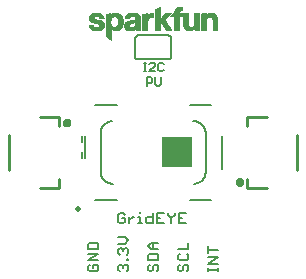
<source format=gto>
G75*
%MOIN*%
%OFA0B0*%
%FSLAX25Y25*%
%IPPOS*%
%LPD*%
%AMOC8*
5,1,8,0,0,1.08239X$1,22.5*
%
%ADD10C,0.00600*%
%ADD11C,0.00500*%
%ADD12C,0.01000*%
%ADD13C,0.01575*%
%ADD14C,0.00300*%
%ADD15R,0.10236X0.10236*%
%ADD16C,0.00800*%
%ADD17C,0.02000*%
D10*
X0166630Y0055867D02*
X0167198Y0055300D01*
X0169466Y0055300D01*
X0170033Y0055867D01*
X0170033Y0057001D01*
X0169466Y0057569D01*
X0168332Y0057569D01*
X0168332Y0056434D01*
X0167198Y0057569D02*
X0166630Y0057001D01*
X0166630Y0055867D01*
X0166630Y0058983D02*
X0170033Y0061252D01*
X0166630Y0061252D01*
X0166630Y0062666D02*
X0166630Y0064368D01*
X0167198Y0064935D01*
X0169466Y0064935D01*
X0170033Y0064368D01*
X0170033Y0062666D01*
X0166630Y0062666D01*
X0166630Y0058983D02*
X0170033Y0058983D01*
X0176630Y0057001D02*
X0177198Y0057569D01*
X0177765Y0057569D01*
X0178332Y0057001D01*
X0178899Y0057569D01*
X0179466Y0057569D01*
X0180033Y0057001D01*
X0180033Y0055867D01*
X0179466Y0055300D01*
X0178332Y0056434D02*
X0178332Y0057001D01*
X0176630Y0057001D02*
X0176630Y0055867D01*
X0177198Y0055300D01*
X0179466Y0058983D02*
X0179466Y0059550D01*
X0180033Y0059550D01*
X0180033Y0058983D01*
X0179466Y0058983D01*
X0179466Y0060825D02*
X0180033Y0061392D01*
X0180033Y0062526D01*
X0179466Y0063093D01*
X0178899Y0063093D01*
X0178332Y0062526D01*
X0178332Y0061959D01*
X0178332Y0062526D02*
X0177765Y0063093D01*
X0177198Y0063093D01*
X0176630Y0062526D01*
X0176630Y0061392D01*
X0177198Y0060825D01*
X0176630Y0064508D02*
X0178899Y0064508D01*
X0180033Y0065642D01*
X0178899Y0066776D01*
X0176630Y0066776D01*
X0177230Y0071300D02*
X0178365Y0071300D01*
X0178932Y0071867D01*
X0178932Y0073001D01*
X0177797Y0073001D01*
X0176663Y0071867D02*
X0177230Y0071300D01*
X0176663Y0071867D02*
X0176663Y0074136D01*
X0177230Y0074703D01*
X0178365Y0074703D01*
X0178932Y0074136D01*
X0180346Y0073569D02*
X0180346Y0071300D01*
X0180346Y0072434D02*
X0181481Y0073569D01*
X0182048Y0073569D01*
X0183416Y0073569D02*
X0183983Y0073569D01*
X0183983Y0071300D01*
X0183416Y0071300D02*
X0184550Y0071300D01*
X0185871Y0071867D02*
X0185871Y0073001D01*
X0186438Y0073569D01*
X0188140Y0073569D01*
X0188140Y0074703D02*
X0188140Y0071300D01*
X0186438Y0071300D01*
X0185871Y0071867D01*
X0183983Y0074703D02*
X0183983Y0075270D01*
X0189554Y0074703D02*
X0189554Y0071300D01*
X0191823Y0071300D01*
X0190688Y0073001D02*
X0189554Y0073001D01*
X0189554Y0074703D02*
X0191823Y0074703D01*
X0193237Y0074703D02*
X0193237Y0074136D01*
X0194372Y0073001D01*
X0194372Y0071300D01*
X0194372Y0073001D02*
X0195506Y0074136D01*
X0195506Y0074703D01*
X0196920Y0074703D02*
X0196920Y0071300D01*
X0199189Y0071300D01*
X0198055Y0073001D02*
X0196920Y0073001D01*
X0196920Y0074703D02*
X0199189Y0074703D01*
X0200033Y0064935D02*
X0200033Y0062666D01*
X0196630Y0062666D01*
X0197198Y0061252D02*
X0196630Y0060685D01*
X0196630Y0059550D01*
X0197198Y0058983D01*
X0199466Y0058983D01*
X0200033Y0059550D01*
X0200033Y0060685D01*
X0199466Y0061252D01*
X0199466Y0057569D02*
X0200033Y0057001D01*
X0200033Y0055867D01*
X0199466Y0055300D01*
X0198332Y0055867D02*
X0197765Y0055300D01*
X0197198Y0055300D01*
X0196630Y0055867D01*
X0196630Y0057001D01*
X0197198Y0057569D01*
X0198332Y0057001D02*
X0198899Y0057569D01*
X0199466Y0057569D01*
X0198332Y0057001D02*
X0198332Y0055867D01*
X0206630Y0055867D02*
X0210033Y0055867D01*
X0210033Y0055300D02*
X0210033Y0056434D01*
X0210033Y0057755D02*
X0206630Y0057755D01*
X0210033Y0060024D01*
X0206630Y0060024D01*
X0206630Y0061439D02*
X0206630Y0063707D01*
X0206630Y0062573D02*
X0210033Y0062573D01*
X0206630Y0056434D02*
X0206630Y0055300D01*
X0190033Y0055867D02*
X0189466Y0055300D01*
X0190033Y0055867D02*
X0190033Y0057001D01*
X0189466Y0057569D01*
X0188899Y0057569D01*
X0188332Y0057001D01*
X0188332Y0055867D01*
X0187765Y0055300D01*
X0187198Y0055300D01*
X0186630Y0055867D01*
X0186630Y0057001D01*
X0187198Y0057569D01*
X0186630Y0058983D02*
X0186630Y0060685D01*
X0187198Y0061252D01*
X0189466Y0061252D01*
X0190033Y0060685D01*
X0190033Y0058983D01*
X0186630Y0058983D01*
X0187765Y0062666D02*
X0186630Y0063801D01*
X0187765Y0064935D01*
X0190033Y0064935D01*
X0188332Y0064935D02*
X0188332Y0062666D01*
X0187765Y0062666D02*
X0190033Y0062666D01*
X0193333Y0126000D02*
X0183333Y0126000D01*
X0183273Y0126002D01*
X0183212Y0126007D01*
X0183153Y0126016D01*
X0183094Y0126029D01*
X0183035Y0126045D01*
X0182978Y0126065D01*
X0182923Y0126088D01*
X0182868Y0126115D01*
X0182816Y0126144D01*
X0182765Y0126177D01*
X0182716Y0126213D01*
X0182670Y0126251D01*
X0182626Y0126293D01*
X0182584Y0126337D01*
X0182546Y0126383D01*
X0182510Y0126432D01*
X0182477Y0126483D01*
X0182448Y0126535D01*
X0182421Y0126590D01*
X0182398Y0126645D01*
X0182378Y0126702D01*
X0182362Y0126761D01*
X0182349Y0126820D01*
X0182340Y0126879D01*
X0182335Y0126940D01*
X0182333Y0127000D01*
X0182333Y0133000D01*
X0182335Y0133060D01*
X0182340Y0133121D01*
X0182349Y0133180D01*
X0182362Y0133239D01*
X0182378Y0133298D01*
X0182398Y0133355D01*
X0182421Y0133410D01*
X0182448Y0133465D01*
X0182477Y0133517D01*
X0182510Y0133568D01*
X0182546Y0133617D01*
X0182584Y0133663D01*
X0182626Y0133707D01*
X0182670Y0133749D01*
X0182716Y0133787D01*
X0182765Y0133823D01*
X0182816Y0133856D01*
X0182868Y0133885D01*
X0182923Y0133912D01*
X0182978Y0133935D01*
X0183035Y0133955D01*
X0183094Y0133971D01*
X0183153Y0133984D01*
X0183212Y0133993D01*
X0183273Y0133998D01*
X0183333Y0134000D01*
X0193333Y0134000D01*
X0193393Y0133998D01*
X0193454Y0133993D01*
X0193513Y0133984D01*
X0193572Y0133971D01*
X0193631Y0133955D01*
X0193688Y0133935D01*
X0193743Y0133912D01*
X0193798Y0133885D01*
X0193850Y0133856D01*
X0193901Y0133823D01*
X0193950Y0133787D01*
X0193996Y0133749D01*
X0194040Y0133707D01*
X0194082Y0133663D01*
X0194120Y0133617D01*
X0194156Y0133568D01*
X0194189Y0133517D01*
X0194218Y0133465D01*
X0194245Y0133410D01*
X0194268Y0133355D01*
X0194288Y0133298D01*
X0194304Y0133239D01*
X0194317Y0133180D01*
X0194326Y0133121D01*
X0194331Y0133060D01*
X0194333Y0133000D01*
X0194333Y0127000D01*
X0194331Y0126940D01*
X0194326Y0126879D01*
X0194317Y0126820D01*
X0194304Y0126761D01*
X0194288Y0126702D01*
X0194268Y0126645D01*
X0194245Y0126590D01*
X0194218Y0126535D01*
X0194189Y0126483D01*
X0194156Y0126432D01*
X0194120Y0126383D01*
X0194082Y0126337D01*
X0194040Y0126293D01*
X0193996Y0126251D01*
X0193950Y0126213D01*
X0193901Y0126177D01*
X0193850Y0126144D01*
X0193798Y0126115D01*
X0193743Y0126088D01*
X0193688Y0126065D01*
X0193631Y0126045D01*
X0193572Y0126029D01*
X0193513Y0126016D01*
X0193454Y0126007D01*
X0193393Y0126002D01*
X0193333Y0126000D01*
D11*
X0191867Y0124302D02*
X0191417Y0124752D01*
X0190516Y0124752D01*
X0190066Y0124302D01*
X0190066Y0122500D01*
X0190516Y0122050D01*
X0191417Y0122050D01*
X0191867Y0122500D01*
X0188921Y0122050D02*
X0187119Y0122050D01*
X0188921Y0123852D01*
X0188921Y0124302D01*
X0188470Y0124752D01*
X0187569Y0124752D01*
X0187119Y0124302D01*
X0186055Y0124752D02*
X0185155Y0124752D01*
X0185605Y0124752D02*
X0185605Y0122050D01*
X0185155Y0122050D02*
X0186055Y0122050D01*
X0186137Y0119952D02*
X0187488Y0119952D01*
X0187938Y0119502D01*
X0187938Y0118601D01*
X0187488Y0118151D01*
X0186137Y0118151D01*
X0186137Y0117250D02*
X0186137Y0119952D01*
X0189083Y0119952D02*
X0189083Y0117700D01*
X0189534Y0117250D01*
X0190434Y0117250D01*
X0190885Y0117700D01*
X0190885Y0119952D01*
D12*
X0219711Y0106811D02*
X0226207Y0106811D01*
X0219711Y0106811D02*
X0219711Y0103858D01*
X0236444Y0100906D02*
X0236444Y0089094D01*
X0226207Y0083189D02*
X0219711Y0083189D01*
X0219711Y0086142D01*
X0156955Y0086142D02*
X0156955Y0083189D01*
X0150459Y0083189D01*
X0140223Y0089094D02*
X0140223Y0100906D01*
X0150459Y0106811D02*
X0156955Y0106811D01*
X0156955Y0103858D01*
D13*
X0158957Y0104843D02*
X0158959Y0104890D01*
X0158965Y0104936D01*
X0158974Y0104982D01*
X0158988Y0105026D01*
X0159005Y0105070D01*
X0159026Y0105111D01*
X0159050Y0105151D01*
X0159077Y0105189D01*
X0159108Y0105224D01*
X0159141Y0105257D01*
X0159177Y0105287D01*
X0159216Y0105313D01*
X0159256Y0105337D01*
X0159298Y0105356D01*
X0159342Y0105373D01*
X0159387Y0105385D01*
X0159433Y0105394D01*
X0159479Y0105399D01*
X0159526Y0105400D01*
X0159572Y0105397D01*
X0159618Y0105390D01*
X0159664Y0105379D01*
X0159708Y0105365D01*
X0159751Y0105347D01*
X0159792Y0105325D01*
X0159832Y0105300D01*
X0159869Y0105272D01*
X0159904Y0105241D01*
X0159936Y0105207D01*
X0159965Y0105170D01*
X0159990Y0105132D01*
X0160013Y0105091D01*
X0160032Y0105048D01*
X0160047Y0105004D01*
X0160059Y0104959D01*
X0160067Y0104913D01*
X0160071Y0104866D01*
X0160071Y0104820D01*
X0160067Y0104773D01*
X0160059Y0104727D01*
X0160047Y0104682D01*
X0160032Y0104638D01*
X0160013Y0104595D01*
X0159990Y0104554D01*
X0159965Y0104516D01*
X0159936Y0104479D01*
X0159904Y0104445D01*
X0159869Y0104414D01*
X0159832Y0104386D01*
X0159793Y0104361D01*
X0159751Y0104339D01*
X0159708Y0104321D01*
X0159664Y0104307D01*
X0159618Y0104296D01*
X0159572Y0104289D01*
X0159526Y0104286D01*
X0159479Y0104287D01*
X0159433Y0104292D01*
X0159387Y0104301D01*
X0159342Y0104313D01*
X0159298Y0104330D01*
X0159256Y0104349D01*
X0159216Y0104373D01*
X0159177Y0104399D01*
X0159141Y0104429D01*
X0159108Y0104462D01*
X0159077Y0104497D01*
X0159050Y0104535D01*
X0159026Y0104575D01*
X0159005Y0104616D01*
X0158988Y0104660D01*
X0158974Y0104704D01*
X0158965Y0104750D01*
X0158959Y0104796D01*
X0158957Y0104843D01*
X0216595Y0085157D02*
X0216597Y0085204D01*
X0216603Y0085250D01*
X0216612Y0085296D01*
X0216626Y0085340D01*
X0216643Y0085384D01*
X0216664Y0085425D01*
X0216688Y0085465D01*
X0216715Y0085503D01*
X0216746Y0085538D01*
X0216779Y0085571D01*
X0216815Y0085601D01*
X0216854Y0085627D01*
X0216894Y0085651D01*
X0216936Y0085670D01*
X0216980Y0085687D01*
X0217025Y0085699D01*
X0217071Y0085708D01*
X0217117Y0085713D01*
X0217164Y0085714D01*
X0217210Y0085711D01*
X0217256Y0085704D01*
X0217302Y0085693D01*
X0217346Y0085679D01*
X0217389Y0085661D01*
X0217430Y0085639D01*
X0217470Y0085614D01*
X0217507Y0085586D01*
X0217542Y0085555D01*
X0217574Y0085521D01*
X0217603Y0085484D01*
X0217628Y0085446D01*
X0217651Y0085405D01*
X0217670Y0085362D01*
X0217685Y0085318D01*
X0217697Y0085273D01*
X0217705Y0085227D01*
X0217709Y0085180D01*
X0217709Y0085134D01*
X0217705Y0085087D01*
X0217697Y0085041D01*
X0217685Y0084996D01*
X0217670Y0084952D01*
X0217651Y0084909D01*
X0217628Y0084868D01*
X0217603Y0084830D01*
X0217574Y0084793D01*
X0217542Y0084759D01*
X0217507Y0084728D01*
X0217470Y0084700D01*
X0217431Y0084675D01*
X0217389Y0084653D01*
X0217346Y0084635D01*
X0217302Y0084621D01*
X0217256Y0084610D01*
X0217210Y0084603D01*
X0217164Y0084600D01*
X0217117Y0084601D01*
X0217071Y0084606D01*
X0217025Y0084615D01*
X0216980Y0084627D01*
X0216936Y0084644D01*
X0216894Y0084663D01*
X0216854Y0084687D01*
X0216815Y0084713D01*
X0216779Y0084743D01*
X0216746Y0084776D01*
X0216715Y0084811D01*
X0216688Y0084849D01*
X0216664Y0084889D01*
X0216643Y0084930D01*
X0216626Y0084974D01*
X0216612Y0085018D01*
X0216603Y0085064D01*
X0216597Y0085110D01*
X0216595Y0085157D01*
D14*
X0174125Y0132469D02*
X0173928Y0132626D01*
X0173731Y0132823D01*
X0173534Y0132980D01*
X0173337Y0133138D01*
X0173140Y0133335D01*
X0172983Y0133492D01*
X0172786Y0133650D01*
X0172589Y0133846D01*
X0172589Y0141091D01*
X0172786Y0141130D01*
X0172944Y0141169D01*
X0173140Y0141209D01*
X0173298Y0141209D01*
X0173495Y0141248D01*
X0173692Y0141287D01*
X0173849Y0141327D01*
X0174046Y0141366D01*
X0174046Y0140657D01*
X0174203Y0140854D01*
X0174361Y0141051D01*
X0174558Y0141169D01*
X0174755Y0141287D01*
X0174991Y0141406D01*
X0175227Y0141445D01*
X0175463Y0141484D01*
X0175699Y0141524D01*
X0176329Y0141445D01*
X0176841Y0141248D01*
X0177274Y0140972D01*
X0177629Y0140618D01*
X0177904Y0140146D01*
X0178101Y0139634D01*
X0178219Y0139083D01*
X0178219Y0138531D01*
X0176723Y0138571D01*
X0176684Y0138886D01*
X0176644Y0139201D01*
X0176526Y0139516D01*
X0176408Y0139791D01*
X0176211Y0140028D01*
X0175975Y0140185D01*
X0175699Y0140303D01*
X0175385Y0140343D01*
X0175030Y0140303D01*
X0174755Y0140185D01*
X0174518Y0140028D01*
X0174322Y0139791D01*
X0174203Y0139516D01*
X0174125Y0139201D01*
X0174046Y0138886D01*
X0174046Y0138217D01*
X0174125Y0137902D01*
X0174203Y0137587D01*
X0174361Y0137350D01*
X0174518Y0137114D01*
X0174755Y0136957D01*
X0175030Y0136839D01*
X0175385Y0136799D01*
X0175739Y0136839D01*
X0176014Y0136957D01*
X0176251Y0137114D01*
X0176408Y0137350D01*
X0176566Y0137587D01*
X0177904Y0136957D01*
X0177629Y0136524D01*
X0177274Y0136169D01*
X0176881Y0135894D01*
X0176369Y0135697D01*
X0175778Y0135657D01*
X0175542Y0135657D01*
X0175306Y0135697D01*
X0175070Y0135776D01*
X0174833Y0135854D01*
X0174636Y0135972D01*
X0174440Y0136130D01*
X0174282Y0136287D01*
X0174125Y0136484D01*
X0174125Y0132469D01*
X0174125Y0132762D02*
X0173791Y0132762D01*
X0174125Y0133061D02*
X0173433Y0133061D01*
X0173116Y0133359D02*
X0174125Y0133359D01*
X0174125Y0133658D02*
X0172778Y0133658D01*
X0172589Y0133956D02*
X0174125Y0133956D01*
X0174125Y0134255D02*
X0172589Y0134255D01*
X0172589Y0134553D02*
X0174125Y0134553D01*
X0174125Y0134852D02*
X0172589Y0134852D01*
X0172589Y0135150D02*
X0174125Y0135150D01*
X0174125Y0135449D02*
X0172589Y0135449D01*
X0172589Y0135747D02*
X0174125Y0135747D01*
X0174125Y0136046D02*
X0172589Y0136046D01*
X0172589Y0136344D02*
X0174125Y0136344D01*
X0174237Y0136344D02*
X0177449Y0136344D01*
X0177705Y0136643D02*
X0172589Y0136643D01*
X0172589Y0136941D02*
X0174790Y0136941D01*
X0174434Y0137240D02*
X0172589Y0137240D01*
X0172589Y0137539D02*
X0174235Y0137539D01*
X0174141Y0137837D02*
X0172589Y0137837D01*
X0172589Y0138136D02*
X0174066Y0138136D01*
X0174046Y0138434D02*
X0172589Y0138434D01*
X0172589Y0138733D02*
X0174046Y0138733D01*
X0174082Y0139031D02*
X0172589Y0139031D01*
X0172589Y0139330D02*
X0174157Y0139330D01*
X0174252Y0139628D02*
X0172589Y0139628D01*
X0172589Y0139927D02*
X0174434Y0139927D01*
X0174848Y0140225D02*
X0172589Y0140225D01*
X0172589Y0140524D02*
X0177684Y0140524D01*
X0177858Y0140225D02*
X0175882Y0140225D01*
X0176295Y0139927D02*
X0177988Y0139927D01*
X0178102Y0139628D02*
X0176478Y0139628D01*
X0176596Y0139330D02*
X0178166Y0139330D01*
X0178219Y0139031D02*
X0176666Y0139031D01*
X0176703Y0138733D02*
X0178219Y0138733D01*
X0178219Y0138531D02*
X0178180Y0137980D01*
X0178101Y0137429D01*
X0177904Y0136957D01*
X0176566Y0137587D01*
X0176644Y0137902D01*
X0176684Y0138217D01*
X0176723Y0138571D01*
X0178219Y0138531D01*
X0178212Y0138434D02*
X0176708Y0138434D01*
X0176674Y0138136D02*
X0178191Y0138136D01*
X0178159Y0137837D02*
X0176628Y0137837D01*
X0176668Y0137539D02*
X0176534Y0137539D01*
X0176668Y0137539D02*
X0178117Y0137539D01*
X0178022Y0137240D02*
X0177302Y0137240D01*
X0176335Y0137240D01*
X0175979Y0136941D02*
X0177895Y0136941D01*
X0178692Y0137075D02*
X0178692Y0137272D01*
X0178731Y0137705D01*
X0178849Y0138059D01*
X0179046Y0138335D01*
X0179282Y0138571D01*
X0179558Y0138728D01*
X0179873Y0138846D01*
X0180227Y0138925D01*
X0180542Y0138965D01*
X0180857Y0138138D01*
X0180778Y0138098D01*
X0180699Y0138059D01*
X0180621Y0138020D01*
X0180542Y0137980D01*
X0180463Y0137941D01*
X0180424Y0137902D01*
X0180385Y0137862D01*
X0180306Y0137783D01*
X0180266Y0137705D01*
X0180227Y0137626D01*
X0180227Y0137469D01*
X0180188Y0137350D01*
X0180227Y0137272D01*
X0180227Y0137193D01*
X0180266Y0137075D01*
X0180266Y0137035D01*
X0180306Y0136957D01*
X0180385Y0136878D01*
X0180424Y0136839D01*
X0180503Y0136799D01*
X0180542Y0136760D01*
X0180621Y0136720D01*
X0180699Y0136720D01*
X0180778Y0136681D01*
X0181369Y0136681D01*
X0181526Y0136720D01*
X0181684Y0136760D01*
X0181841Y0136799D01*
X0181959Y0136878D01*
X0182077Y0136996D01*
X0182156Y0137075D01*
X0182196Y0137193D01*
X0182274Y0137272D01*
X0182314Y0137390D01*
X0182314Y0137508D01*
X0182353Y0137587D01*
X0182353Y0137705D01*
X0182392Y0137783D01*
X0182392Y0138531D01*
X0182314Y0138492D01*
X0182274Y0138453D01*
X0182196Y0138413D01*
X0182156Y0138374D01*
X0182077Y0138374D01*
X0181999Y0138335D01*
X0181920Y0138295D01*
X0181723Y0138295D01*
X0181566Y0139122D01*
X0181841Y0139161D01*
X0182077Y0139240D01*
X0182235Y0139358D01*
X0182353Y0139516D01*
X0182392Y0139713D01*
X0182392Y0139831D01*
X0182353Y0139949D01*
X0182353Y0140028D01*
X0182314Y0140106D01*
X0182274Y0140185D01*
X0182196Y0140264D01*
X0182156Y0140303D01*
X0182077Y0140343D01*
X0181999Y0140382D01*
X0181920Y0140421D01*
X0181841Y0140421D01*
X0181762Y0140461D01*
X0181487Y0140461D01*
X0181408Y0140500D01*
X0181290Y0140461D01*
X0181093Y0140461D01*
X0180975Y0140421D01*
X0180896Y0140421D01*
X0180818Y0140382D01*
X0180739Y0140343D01*
X0180699Y0140303D01*
X0180621Y0140224D01*
X0180581Y0140185D01*
X0180503Y0140106D01*
X0180463Y0140028D01*
X0180424Y0139949D01*
X0180424Y0139831D01*
X0180385Y0139752D01*
X0180385Y0139634D01*
X0178849Y0139634D01*
X0178888Y0139909D01*
X0178928Y0140106D01*
X0179007Y0140343D01*
X0179125Y0140539D01*
X0179243Y0140697D01*
X0179400Y0140854D01*
X0179558Y0140972D01*
X0179715Y0141091D01*
X0179912Y0141209D01*
X0180109Y0141287D01*
X0180306Y0141366D01*
X0180542Y0141406D01*
X0180778Y0141445D01*
X0181014Y0141484D01*
X0181881Y0141484D01*
X0182117Y0141445D01*
X0182314Y0141445D01*
X0182510Y0141406D01*
X0182747Y0141327D01*
X0182904Y0141287D01*
X0183101Y0141209D01*
X0183259Y0141130D01*
X0183416Y0141012D01*
X0183573Y0140854D01*
X0183692Y0140736D01*
X0183770Y0140539D01*
X0183849Y0140382D01*
X0183888Y0140146D01*
X0183928Y0139909D01*
X0183928Y0136366D01*
X0183967Y0136287D01*
X0183967Y0136130D01*
X0184007Y0136051D01*
X0184007Y0136012D01*
X0184046Y0135933D01*
X0184046Y0135894D01*
X0184085Y0135815D01*
X0184085Y0135776D01*
X0182550Y0135776D01*
X0182550Y0135854D01*
X0182510Y0135894D01*
X0182510Y0135933D01*
X0182471Y0135972D01*
X0182471Y0136209D01*
X0182432Y0136248D01*
X0182432Y0136327D01*
X0182353Y0136248D01*
X0182274Y0136130D01*
X0182156Y0136051D01*
X0182038Y0136012D01*
X0181920Y0135933D01*
X0181841Y0135894D01*
X0181723Y0135815D01*
X0181605Y0135776D01*
X0181448Y0135736D01*
X0181329Y0135697D01*
X0181211Y0135697D01*
X0181093Y0135657D01*
X0180818Y0135657D01*
X0180699Y0135618D01*
X0180385Y0135618D01*
X0180188Y0135657D01*
X0179991Y0135657D01*
X0179833Y0135736D01*
X0179676Y0135776D01*
X0179518Y0135854D01*
X0179361Y0135933D01*
X0179243Y0136012D01*
X0179125Y0136130D01*
X0179007Y0136248D01*
X0178888Y0136406D01*
X0178810Y0136563D01*
X0178770Y0136720D01*
X0178731Y0136878D01*
X0178692Y0137075D01*
X0178718Y0136941D02*
X0180321Y0136941D01*
X0180227Y0137240D02*
X0178692Y0137240D01*
X0178716Y0137539D02*
X0180227Y0137539D01*
X0180359Y0137837D02*
X0178775Y0137837D01*
X0178904Y0138136D02*
X0180852Y0138136D01*
X0180857Y0138138D02*
X0180542Y0138965D01*
X0180896Y0139043D01*
X0181251Y0139083D01*
X0181566Y0139122D01*
X0181723Y0138295D01*
X0181644Y0138256D01*
X0181487Y0138256D01*
X0181369Y0138217D01*
X0181211Y0138217D01*
X0181093Y0138177D01*
X0181014Y0138177D01*
X0180936Y0138138D01*
X0180857Y0138138D01*
X0180744Y0138434D02*
X0179145Y0138434D01*
X0179569Y0138733D02*
X0180630Y0138733D01*
X0181640Y0138733D01*
X0183928Y0138733D01*
X0183928Y0139031D02*
X0181583Y0139031D01*
X0180841Y0139031D01*
X0180744Y0138434D02*
X0181697Y0138434D01*
X0182237Y0138434D01*
X0182392Y0138434D02*
X0183928Y0138434D01*
X0183928Y0138136D02*
X0182392Y0138136D01*
X0182392Y0137837D02*
X0183928Y0137837D01*
X0183928Y0137539D02*
X0182329Y0137539D01*
X0182243Y0137240D02*
X0183928Y0137240D01*
X0183928Y0136941D02*
X0182023Y0136941D01*
X0182140Y0136046D02*
X0179209Y0136046D01*
X0178934Y0136344D02*
X0183939Y0136344D01*
X0183928Y0136643D02*
X0178790Y0136643D01*
X0179788Y0135747D02*
X0181492Y0135747D01*
X0182471Y0136046D02*
X0184007Y0136046D01*
X0184755Y0136046D02*
X0186290Y0136046D01*
X0186290Y0135776D02*
X0184755Y0135776D01*
X0184755Y0140421D01*
X0184755Y0141091D01*
X0184951Y0141130D01*
X0185148Y0141169D01*
X0185306Y0141209D01*
X0185503Y0141209D01*
X0185699Y0141248D01*
X0185857Y0141287D01*
X0186054Y0141327D01*
X0186211Y0141366D01*
X0186211Y0140303D01*
X0186251Y0140303D01*
X0186369Y0140579D01*
X0186526Y0140815D01*
X0186723Y0141012D01*
X0186959Y0141169D01*
X0187196Y0141327D01*
X0187471Y0141406D01*
X0187747Y0141484D01*
X0188298Y0141484D01*
X0188337Y0141445D01*
X0188337Y0140028D01*
X0188298Y0140028D01*
X0188219Y0140067D01*
X0187786Y0140067D01*
X0187392Y0140028D01*
X0187077Y0139949D01*
X0186841Y0139791D01*
X0186605Y0139555D01*
X0186487Y0139280D01*
X0186369Y0139004D01*
X0186290Y0138650D01*
X0186290Y0135776D01*
X0186290Y0136344D02*
X0184755Y0136344D01*
X0184755Y0136643D02*
X0186290Y0136643D01*
X0186290Y0136941D02*
X0184755Y0136941D01*
X0184755Y0137240D02*
X0186290Y0137240D01*
X0186290Y0137539D02*
X0184755Y0137539D01*
X0184755Y0137837D02*
X0186290Y0137837D01*
X0186290Y0138136D02*
X0184755Y0138136D01*
X0184755Y0138434D02*
X0186290Y0138434D01*
X0186308Y0138733D02*
X0184755Y0138733D01*
X0184755Y0139031D02*
X0186380Y0139031D01*
X0186508Y0139330D02*
X0184755Y0139330D01*
X0184755Y0139628D02*
X0186678Y0139628D01*
X0187044Y0139927D02*
X0184755Y0139927D01*
X0184755Y0140225D02*
X0188337Y0140225D01*
X0188337Y0140524D02*
X0186345Y0140524D01*
X0186211Y0140524D02*
X0184755Y0140524D01*
X0184755Y0140822D02*
X0186211Y0140822D01*
X0186211Y0141121D02*
X0184905Y0141121D01*
X0183778Y0140524D02*
X0179115Y0140524D01*
X0178967Y0140225D02*
X0180621Y0140225D01*
X0180424Y0139927D02*
X0178892Y0139927D01*
X0179368Y0140822D02*
X0183606Y0140822D01*
X0183271Y0141121D02*
X0179765Y0141121D01*
X0180624Y0141419D02*
X0182442Y0141419D01*
X0182234Y0140225D02*
X0183875Y0140225D01*
X0183925Y0139927D02*
X0182360Y0139927D01*
X0182375Y0139628D02*
X0183928Y0139628D01*
X0183928Y0139330D02*
X0182197Y0139330D01*
X0186533Y0140822D02*
X0188337Y0140822D01*
X0188337Y0141121D02*
X0186886Y0141121D01*
X0187519Y0141419D02*
X0188337Y0141419D01*
X0188967Y0141419D02*
X0190463Y0141419D01*
X0190463Y0141121D02*
X0188967Y0141121D01*
X0188967Y0140822D02*
X0190463Y0140822D01*
X0190463Y0140524D02*
X0188967Y0140524D01*
X0188967Y0140225D02*
X0190463Y0140225D01*
X0190463Y0139927D02*
X0188967Y0139927D01*
X0188967Y0139628D02*
X0190463Y0139628D01*
X0190722Y0139628D02*
X0192432Y0139628D01*
X0192128Y0139330D02*
X0188967Y0139330D01*
X0188967Y0139031D02*
X0192305Y0139031D01*
X0192117Y0139319D02*
X0194440Y0135776D01*
X0192589Y0135776D01*
X0191054Y0138295D01*
X0190463Y0137705D01*
X0190463Y0135776D01*
X0188967Y0135776D01*
X0188967Y0142626D01*
X0190463Y0143492D01*
X0190463Y0139358D01*
X0192392Y0141366D01*
X0194203Y0141366D01*
X0192117Y0139319D01*
X0192501Y0138733D02*
X0188967Y0138733D01*
X0188967Y0138434D02*
X0192697Y0138434D01*
X0192893Y0138136D02*
X0191151Y0138136D01*
X0190894Y0138136D02*
X0188967Y0138136D01*
X0188967Y0137837D02*
X0190596Y0137837D01*
X0190463Y0137539D02*
X0188967Y0137539D01*
X0188967Y0137240D02*
X0190463Y0137240D01*
X0190463Y0136941D02*
X0188967Y0136941D01*
X0188967Y0136643D02*
X0190463Y0136643D01*
X0190463Y0136344D02*
X0188967Y0136344D01*
X0188967Y0136046D02*
X0190463Y0136046D01*
X0191879Y0136941D02*
X0193675Y0136941D01*
X0193871Y0136643D02*
X0192061Y0136643D01*
X0192243Y0136344D02*
X0194067Y0136344D01*
X0194262Y0136046D02*
X0192424Y0136046D01*
X0191697Y0137240D02*
X0193480Y0137240D01*
X0193284Y0137539D02*
X0191515Y0137539D01*
X0191333Y0137837D02*
X0193088Y0137837D01*
X0192736Y0139927D02*
X0191009Y0139927D01*
X0191296Y0140225D02*
X0193040Y0140225D01*
X0193345Y0140524D02*
X0191583Y0140524D01*
X0191870Y0140822D02*
X0193649Y0140822D01*
X0193953Y0141121D02*
X0192157Y0141121D01*
X0190463Y0141718D02*
X0188967Y0141718D01*
X0188967Y0142016D02*
X0190463Y0142016D01*
X0190463Y0142315D02*
X0188967Y0142315D01*
X0188967Y0142613D02*
X0190463Y0142613D01*
X0190463Y0142912D02*
X0189461Y0142912D01*
X0189976Y0143210D02*
X0190463Y0143210D01*
X0193888Y0140343D02*
X0194007Y0140461D01*
X0194125Y0140579D01*
X0194282Y0140697D01*
X0194400Y0140854D01*
X0194518Y0140972D01*
X0194636Y0141091D01*
X0194794Y0141209D01*
X0194912Y0141366D01*
X0195385Y0141366D01*
X0195385Y0141799D01*
X0195424Y0142154D01*
X0195503Y0142469D01*
X0195660Y0142744D01*
X0195857Y0142980D01*
X0196093Y0143217D01*
X0196408Y0143335D01*
X0196802Y0143453D01*
X0197235Y0143492D01*
X0197550Y0143492D01*
X0197668Y0143453D01*
X0198062Y0143453D01*
X0198062Y0142311D01*
X0197353Y0142311D01*
X0197235Y0142272D01*
X0197117Y0142232D01*
X0197038Y0142193D01*
X0196999Y0142075D01*
X0196959Y0141996D01*
X0196920Y0141839D01*
X0196920Y0141366D01*
X0197983Y0141366D01*
X0197983Y0140343D01*
X0196920Y0140343D01*
X0196920Y0135776D01*
X0195385Y0135776D01*
X0195385Y0139752D01*
X0195385Y0140343D01*
X0193888Y0140343D01*
X0194070Y0140524D02*
X0197983Y0140524D01*
X0197983Y0140822D02*
X0194376Y0140822D01*
X0194677Y0141121D02*
X0197983Y0141121D01*
X0198416Y0141121D02*
X0199951Y0141121D01*
X0199951Y0141366D02*
X0199951Y0137902D01*
X0199991Y0137626D01*
X0200070Y0137390D01*
X0200148Y0137193D01*
X0200306Y0137035D01*
X0200463Y0136917D01*
X0200660Y0136878D01*
X0200936Y0136839D01*
X0201211Y0136878D01*
X0201448Y0136917D01*
X0201644Y0137035D01*
X0201841Y0137232D01*
X0201959Y0137429D01*
X0202038Y0137705D01*
X0202077Y0138059D01*
X0202117Y0138453D01*
X0202117Y0141366D01*
X0203613Y0141366D01*
X0203613Y0136484D01*
X0203613Y0135776D01*
X0202156Y0135776D01*
X0202156Y0136563D01*
X0201999Y0136327D01*
X0201802Y0136169D01*
X0201605Y0135972D01*
X0201408Y0135854D01*
X0201172Y0135776D01*
X0200936Y0135697D01*
X0200699Y0135657D01*
X0200424Y0135618D01*
X0199873Y0135697D01*
X0199440Y0135815D01*
X0199085Y0136012D01*
X0198810Y0136248D01*
X0198613Y0136602D01*
X0198495Y0136996D01*
X0198416Y0137429D01*
X0198416Y0141366D01*
X0199951Y0141366D01*
X0199951Y0140822D02*
X0198416Y0140822D01*
X0198416Y0140524D02*
X0199951Y0140524D01*
X0199951Y0140225D02*
X0198416Y0140225D01*
X0198416Y0139927D02*
X0199951Y0139927D01*
X0199951Y0139628D02*
X0198416Y0139628D01*
X0198416Y0139330D02*
X0199951Y0139330D01*
X0199951Y0139031D02*
X0198416Y0139031D01*
X0198416Y0138733D02*
X0199951Y0138733D01*
X0199951Y0138434D02*
X0198416Y0138434D01*
X0198416Y0138136D02*
X0199951Y0138136D01*
X0199961Y0137837D02*
X0198416Y0137837D01*
X0198416Y0137539D02*
X0200020Y0137539D01*
X0200129Y0137240D02*
X0198450Y0137240D01*
X0198511Y0136941D02*
X0200431Y0136941D01*
X0201488Y0136941D02*
X0203613Y0136941D01*
X0203613Y0136643D02*
X0198601Y0136643D01*
X0198756Y0136344D02*
X0202010Y0136344D01*
X0202156Y0136344D02*
X0203613Y0136344D01*
X0203613Y0136046D02*
X0202156Y0136046D01*
X0201678Y0136046D02*
X0199045Y0136046D01*
X0199687Y0135747D02*
X0201087Y0135747D01*
X0201846Y0137240D02*
X0203613Y0137240D01*
X0203613Y0137539D02*
X0201991Y0137539D01*
X0202053Y0137837D02*
X0203613Y0137837D01*
X0203613Y0138136D02*
X0202085Y0138136D01*
X0202115Y0138434D02*
X0203613Y0138434D01*
X0203613Y0138733D02*
X0202117Y0138733D01*
X0202117Y0139031D02*
X0203613Y0139031D01*
X0203613Y0139330D02*
X0202117Y0139330D01*
X0202117Y0139628D02*
X0203613Y0139628D01*
X0203613Y0139927D02*
X0202117Y0139927D01*
X0202117Y0140225D02*
X0203613Y0140225D01*
X0203613Y0140524D02*
X0202117Y0140524D01*
X0202117Y0140822D02*
X0203613Y0140822D01*
X0203613Y0141121D02*
X0202117Y0141121D01*
X0204465Y0141121D02*
X0205896Y0141121D01*
X0205896Y0141366D02*
X0205896Y0140579D01*
X0205936Y0140579D01*
X0206093Y0140815D01*
X0206251Y0141012D01*
X0206487Y0141169D01*
X0206684Y0141287D01*
X0206920Y0141366D01*
X0207156Y0141445D01*
X0207392Y0141484D01*
X0207629Y0141524D01*
X0208180Y0141445D01*
X0208652Y0141327D01*
X0209007Y0141130D01*
X0209243Y0140894D01*
X0209440Y0140539D01*
X0209597Y0140146D01*
X0209636Y0139713D01*
X0209676Y0139201D01*
X0209676Y0135776D01*
X0208140Y0135776D01*
X0208140Y0139240D01*
X0208101Y0139516D01*
X0208022Y0139752D01*
X0207904Y0139949D01*
X0207786Y0140106D01*
X0207629Y0140224D01*
X0207392Y0140264D01*
X0207156Y0140303D01*
X0206881Y0140264D01*
X0206605Y0140224D01*
X0206408Y0140106D01*
X0206251Y0139909D01*
X0206133Y0139713D01*
X0206054Y0139437D01*
X0205975Y0139083D01*
X0205975Y0135776D01*
X0204440Y0135776D01*
X0204440Y0140657D01*
X0204479Y0141366D01*
X0205896Y0141366D01*
X0205896Y0140822D02*
X0204449Y0140822D01*
X0204440Y0140524D02*
X0209446Y0140524D01*
X0209565Y0140225D02*
X0207624Y0140225D01*
X0207918Y0139927D02*
X0209617Y0139927D01*
X0209643Y0139628D02*
X0208064Y0139628D01*
X0208128Y0139330D02*
X0209666Y0139330D01*
X0209676Y0139031D02*
X0208140Y0139031D01*
X0208140Y0138733D02*
X0209676Y0138733D01*
X0209676Y0138434D02*
X0208140Y0138434D01*
X0208140Y0138136D02*
X0209676Y0138136D01*
X0209676Y0137837D02*
X0208140Y0137837D01*
X0208140Y0137539D02*
X0209676Y0137539D01*
X0209676Y0137240D02*
X0208140Y0137240D01*
X0208140Y0136941D02*
X0209676Y0136941D01*
X0209676Y0136643D02*
X0208140Y0136643D01*
X0208140Y0136344D02*
X0209676Y0136344D01*
X0209676Y0136046D02*
X0208140Y0136046D01*
X0205975Y0136046D02*
X0204440Y0136046D01*
X0204440Y0136344D02*
X0205975Y0136344D01*
X0205975Y0136643D02*
X0204440Y0136643D01*
X0204440Y0136941D02*
X0205975Y0136941D01*
X0205975Y0137240D02*
X0204440Y0137240D01*
X0204440Y0137539D02*
X0205975Y0137539D01*
X0205975Y0137837D02*
X0204440Y0137837D01*
X0204440Y0138136D02*
X0205975Y0138136D01*
X0205975Y0138434D02*
X0204440Y0138434D01*
X0204440Y0138733D02*
X0205975Y0138733D01*
X0205975Y0139031D02*
X0204440Y0139031D01*
X0204440Y0139330D02*
X0206030Y0139330D01*
X0206108Y0139628D02*
X0204440Y0139628D01*
X0204440Y0139927D02*
X0206264Y0139927D01*
X0206610Y0140225D02*
X0204440Y0140225D01*
X0206099Y0140822D02*
X0209283Y0140822D01*
X0209016Y0141121D02*
X0206414Y0141121D01*
X0207079Y0141419D02*
X0208283Y0141419D01*
X0198062Y0142315D02*
X0195464Y0142315D01*
X0195409Y0142016D02*
X0196969Y0142016D01*
X0196920Y0141718D02*
X0195385Y0141718D01*
X0195385Y0141419D02*
X0196920Y0141419D01*
X0196920Y0140225D02*
X0195385Y0140225D01*
X0195385Y0139927D02*
X0196920Y0139927D01*
X0196920Y0139628D02*
X0195385Y0139628D01*
X0195385Y0139330D02*
X0196920Y0139330D01*
X0196920Y0139031D02*
X0195385Y0139031D01*
X0195385Y0138733D02*
X0196920Y0138733D01*
X0196920Y0138434D02*
X0195385Y0138434D01*
X0195385Y0138136D02*
X0196920Y0138136D01*
X0196920Y0137837D02*
X0195385Y0137837D01*
X0195385Y0137539D02*
X0196920Y0137539D01*
X0196920Y0137240D02*
X0195385Y0137240D01*
X0195385Y0136941D02*
X0196920Y0136941D01*
X0196920Y0136643D02*
X0195385Y0136643D01*
X0195385Y0136344D02*
X0196920Y0136344D01*
X0196920Y0136046D02*
X0195385Y0136046D01*
X0195585Y0142613D02*
X0198062Y0142613D01*
X0198062Y0142912D02*
X0195800Y0142912D01*
X0196087Y0143210D02*
X0198062Y0143210D01*
X0177425Y0140822D02*
X0174178Y0140822D01*
X0174046Y0140822D02*
X0172589Y0140822D01*
X0172740Y0141121D02*
X0174046Y0141121D01*
X0174477Y0141121D02*
X0177041Y0141121D01*
X0176396Y0141419D02*
X0175073Y0141419D01*
X0171723Y0140185D02*
X0171802Y0139752D01*
X0170345Y0139752D01*
X0170306Y0139949D01*
X0170266Y0140106D01*
X0170148Y0140224D01*
X0170030Y0140343D01*
X0169873Y0140421D01*
X0169715Y0140461D01*
X0169518Y0140500D01*
X0169164Y0140500D01*
X0169046Y0140461D01*
X0168888Y0140461D01*
X0168770Y0140421D01*
X0168652Y0140343D01*
X0168534Y0140264D01*
X0168495Y0140146D01*
X0168455Y0139988D01*
X0168495Y0139791D01*
X0168613Y0139634D01*
X0168770Y0139516D01*
X0169007Y0139437D01*
X0169282Y0139358D01*
X0169558Y0139280D01*
X0169873Y0139240D01*
X0170188Y0139161D01*
X0170542Y0139083D01*
X0170857Y0138965D01*
X0171133Y0138846D01*
X0171408Y0138689D01*
X0171644Y0138492D01*
X0171802Y0138256D01*
X0171920Y0137941D01*
X0171959Y0137587D01*
X0171920Y0137075D01*
X0171723Y0136681D01*
X0171487Y0136327D01*
X0171172Y0136091D01*
X0170778Y0135894D01*
X0170345Y0135736D01*
X0169873Y0135657D01*
X0168928Y0135657D01*
X0168455Y0135736D01*
X0168022Y0135894D01*
X0167629Y0136091D01*
X0167314Y0136327D01*
X0167038Y0136681D01*
X0166881Y0137114D01*
X0166802Y0137587D01*
X0168062Y0137587D01*
X0168259Y0137587D01*
X0168298Y0137350D01*
X0168377Y0137193D01*
X0168455Y0136996D01*
X0168613Y0136878D01*
X0168810Y0136799D01*
X0169007Y0136720D01*
X0169203Y0136681D01*
X0169440Y0136642D01*
X0169597Y0136681D01*
X0169755Y0136681D01*
X0169951Y0136760D01*
X0170109Y0136799D01*
X0170227Y0136917D01*
X0170345Y0137035D01*
X0170424Y0137193D01*
X0170424Y0137390D01*
X0170385Y0137547D01*
X0170306Y0137665D01*
X0170188Y0137783D01*
X0169991Y0137902D01*
X0169715Y0137980D01*
X0169440Y0138059D01*
X0169085Y0138138D01*
X0168692Y0138217D01*
X0168377Y0138335D01*
X0168062Y0138413D01*
X0167747Y0138531D01*
X0167471Y0138689D01*
X0167274Y0138886D01*
X0167077Y0139083D01*
X0166959Y0139398D01*
X0166920Y0139713D01*
X0166999Y0140224D01*
X0167156Y0140618D01*
X0167392Y0140894D01*
X0167707Y0141130D01*
X0168062Y0141327D01*
X0168455Y0141445D01*
X0168888Y0141484D01*
X0169361Y0141524D01*
X0169794Y0141484D01*
X0170227Y0141445D01*
X0170621Y0141327D01*
X0170975Y0141130D01*
X0171290Y0140894D01*
X0171566Y0140579D01*
X0171723Y0140185D01*
X0171707Y0140225D02*
X0170148Y0140225D01*
X0170310Y0139927D02*
X0171770Y0139927D01*
X0171588Y0140524D02*
X0167118Y0140524D01*
X0166999Y0140225D02*
X0168521Y0140225D01*
X0168468Y0139927D02*
X0166953Y0139927D01*
X0166931Y0139628D02*
X0168621Y0139628D01*
X0169383Y0139330D02*
X0166985Y0139330D01*
X0167129Y0139031D02*
X0170680Y0139031D01*
X0171332Y0138733D02*
X0167428Y0138733D01*
X0168007Y0138434D02*
X0171683Y0138434D01*
X0171847Y0138136D02*
X0169095Y0138136D01*
X0168267Y0137539D02*
X0166810Y0137539D01*
X0166860Y0137240D02*
X0168353Y0137240D01*
X0168528Y0136941D02*
X0166943Y0136941D01*
X0167068Y0136643D02*
X0169432Y0136643D01*
X0169445Y0136643D02*
X0171698Y0136643D01*
X0171853Y0136941D02*
X0170251Y0136941D01*
X0170424Y0137240D02*
X0171933Y0137240D01*
X0171956Y0137539D02*
X0170387Y0137539D01*
X0170098Y0137837D02*
X0171931Y0137837D01*
X0171499Y0136344D02*
X0167300Y0136344D01*
X0167718Y0136046D02*
X0171083Y0136046D01*
X0170376Y0135747D02*
X0168425Y0135747D01*
X0174545Y0136046D02*
X0177098Y0136046D01*
X0176500Y0135747D02*
X0175154Y0135747D01*
X0171353Y0140822D02*
X0167331Y0140822D01*
X0167695Y0141121D02*
X0170987Y0141121D01*
X0170313Y0141419D02*
X0168370Y0141419D01*
D15*
X0196207Y0095000D03*
D16*
X0205853Y0088701D02*
X0205854Y0088575D01*
X0205850Y0088450D01*
X0205842Y0088325D01*
X0205831Y0088200D01*
X0205816Y0088076D01*
X0205797Y0087952D01*
X0205774Y0087829D01*
X0205747Y0087707D01*
X0205717Y0087585D01*
X0205683Y0087465D01*
X0205645Y0087345D01*
X0205604Y0087227D01*
X0205559Y0087110D01*
X0205510Y0086995D01*
X0205458Y0086881D01*
X0205403Y0086769D01*
X0205344Y0086658D01*
X0205281Y0086550D01*
X0205216Y0086443D01*
X0205147Y0086338D01*
X0205075Y0086236D01*
X0205000Y0086136D01*
X0204921Y0086038D01*
X0204840Y0085942D01*
X0204756Y0085850D01*
X0204669Y0085759D01*
X0204580Y0085672D01*
X0204488Y0085587D01*
X0204393Y0085505D01*
X0204296Y0085426D01*
X0204196Y0085350D01*
X0204094Y0085277D01*
X0203990Y0085208D01*
X0203884Y0085141D01*
X0203776Y0085078D01*
X0203666Y0085018D01*
X0203554Y0084962D01*
X0203441Y0084909D01*
X0203326Y0084860D01*
X0203209Y0084814D01*
X0203091Y0084771D01*
X0202972Y0084733D01*
X0202852Y0084698D01*
X0202730Y0084666D01*
X0202608Y0084639D01*
X0202485Y0084615D01*
X0202362Y0084595D01*
X0202238Y0084579D01*
X0202113Y0084566D01*
X0205853Y0088701D02*
X0205853Y0101693D01*
X0205854Y0101693D02*
X0205841Y0101818D01*
X0205825Y0101942D01*
X0205805Y0102065D01*
X0205781Y0102188D01*
X0205754Y0102310D01*
X0205722Y0102432D01*
X0205687Y0102552D01*
X0205649Y0102671D01*
X0205606Y0102789D01*
X0205560Y0102906D01*
X0205511Y0103021D01*
X0205458Y0103134D01*
X0205402Y0103246D01*
X0205342Y0103356D01*
X0205279Y0103464D01*
X0205212Y0103570D01*
X0205143Y0103674D01*
X0205070Y0103776D01*
X0204994Y0103876D01*
X0204915Y0103973D01*
X0204833Y0104068D01*
X0204748Y0104160D01*
X0204661Y0104249D01*
X0204570Y0104336D01*
X0204478Y0104420D01*
X0204382Y0104501D01*
X0204284Y0104580D01*
X0204184Y0104655D01*
X0204082Y0104727D01*
X0203977Y0104796D01*
X0203870Y0104861D01*
X0203762Y0104924D01*
X0203651Y0104983D01*
X0203539Y0105038D01*
X0203425Y0105090D01*
X0203310Y0105139D01*
X0203193Y0105184D01*
X0203075Y0105225D01*
X0202955Y0105263D01*
X0202835Y0105297D01*
X0202713Y0105327D01*
X0202591Y0105354D01*
X0202468Y0105377D01*
X0202344Y0105396D01*
X0202220Y0105411D01*
X0202095Y0105422D01*
X0201970Y0105430D01*
X0201845Y0105434D01*
X0201719Y0105433D01*
X0200538Y0110748D02*
X0207625Y0110748D01*
X0211168Y0100512D02*
X0211168Y0089488D01*
X0207625Y0079252D02*
X0200538Y0079252D01*
X0176129Y0079252D02*
X0169042Y0079252D01*
X0170814Y0088307D02*
X0170814Y0101299D01*
X0170813Y0101425D01*
X0170817Y0101550D01*
X0170825Y0101675D01*
X0170836Y0101800D01*
X0170851Y0101924D01*
X0170870Y0102048D01*
X0170893Y0102171D01*
X0170920Y0102293D01*
X0170950Y0102415D01*
X0170984Y0102535D01*
X0171022Y0102655D01*
X0171063Y0102773D01*
X0171108Y0102890D01*
X0171157Y0103005D01*
X0171209Y0103119D01*
X0171264Y0103231D01*
X0171323Y0103342D01*
X0171386Y0103450D01*
X0171451Y0103557D01*
X0171520Y0103662D01*
X0171592Y0103764D01*
X0171667Y0103864D01*
X0171746Y0103962D01*
X0171827Y0104058D01*
X0171911Y0104150D01*
X0171998Y0104241D01*
X0172087Y0104328D01*
X0172179Y0104413D01*
X0172274Y0104495D01*
X0172371Y0104574D01*
X0172471Y0104650D01*
X0172573Y0104723D01*
X0172677Y0104792D01*
X0172783Y0104859D01*
X0172891Y0104922D01*
X0173001Y0104982D01*
X0173113Y0105038D01*
X0173226Y0105091D01*
X0173341Y0105140D01*
X0173458Y0105186D01*
X0173576Y0105229D01*
X0173695Y0105267D01*
X0173815Y0105302D01*
X0173937Y0105334D01*
X0174059Y0105361D01*
X0174182Y0105385D01*
X0174305Y0105405D01*
X0174429Y0105421D01*
X0174554Y0105434D01*
X0165499Y0100512D02*
X0165499Y0093031D01*
X0164711Y0093031D02*
X0164711Y0095000D01*
X0164711Y0098543D02*
X0164711Y0100512D01*
X0169042Y0110748D02*
X0176129Y0110748D01*
X0170813Y0088307D02*
X0170826Y0088182D01*
X0170842Y0088058D01*
X0170862Y0087935D01*
X0170886Y0087812D01*
X0170913Y0087690D01*
X0170945Y0087568D01*
X0170980Y0087448D01*
X0171018Y0087329D01*
X0171061Y0087211D01*
X0171107Y0087094D01*
X0171156Y0086979D01*
X0171209Y0086866D01*
X0171265Y0086754D01*
X0171325Y0086644D01*
X0171388Y0086536D01*
X0171455Y0086430D01*
X0171524Y0086326D01*
X0171597Y0086224D01*
X0171673Y0086124D01*
X0171752Y0086027D01*
X0171834Y0085932D01*
X0171919Y0085840D01*
X0172006Y0085751D01*
X0172097Y0085664D01*
X0172189Y0085580D01*
X0172285Y0085499D01*
X0172383Y0085420D01*
X0172483Y0085345D01*
X0172585Y0085273D01*
X0172690Y0085204D01*
X0172797Y0085139D01*
X0172905Y0085076D01*
X0173016Y0085017D01*
X0173128Y0084962D01*
X0173242Y0084910D01*
X0173357Y0084861D01*
X0173474Y0084816D01*
X0173592Y0084775D01*
X0173712Y0084737D01*
X0173832Y0084703D01*
X0173954Y0084673D01*
X0174076Y0084646D01*
X0174199Y0084623D01*
X0174323Y0084604D01*
X0174447Y0084589D01*
X0174572Y0084578D01*
X0174697Y0084570D01*
X0174822Y0084566D01*
X0174948Y0084567D01*
D17*
X0163133Y0076000D03*
M02*

</source>
